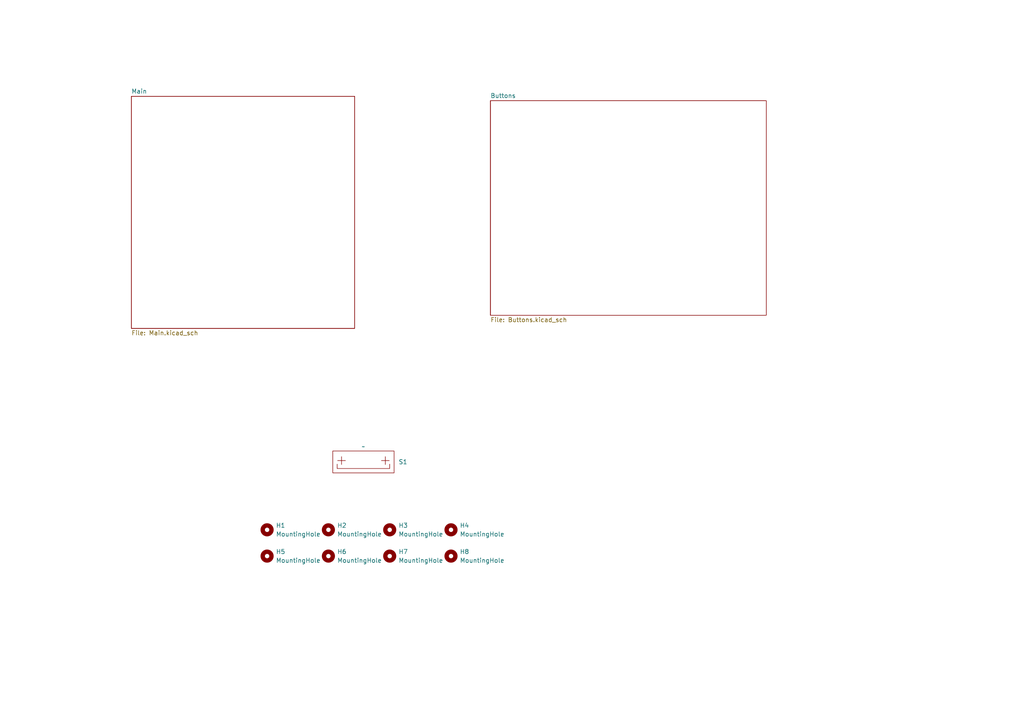
<source format=kicad_sch>
(kicad_sch (version 20231120) (generator "eeschema") (generator_version "8.0")
  (paper "A4")
  (lib_symbols
    (symbol "Keyboard:Stabilizer_MX_2u" (in_bom no)
      (property "Reference" "S" (at 0 0 0))
      (symbol "Stabilizer_MX_2u_0_1"
        (rectangle (start -8.89 -1.27) (end 8.89 -7.62))
      )
      (symbol "Stabilizer_MX_2u_1_1"
        (polyline (pts (xy -7.62 -5.08) (xy -7.62 -6.35) (xy 7.62 -6.35) (xy 7.62 -5.08)))
        (text "+" (at -6.35 -3.81 0) (effects (font (size 3 3))))
        (text "+" (at 6.35 -3.81 0) (effects (font (size 3 3))))
      )
    )
    (symbol "Mechanical:MountingHole" (pin_names (offset 1.016)) (exclude_from_sim yes) (in_bom no)
      (property "Reference" "H" (at 0 5.08 0))
      (property "Value" "MountingHole" (at 0 3.175 0))
      (symbol "MountingHole_0_1"
        (circle (center 0 0) (radius 1.27) (stroke (width 1.27)))
      )
    )
  )
  (symbol (lib_id "Mechanical:MountingHole") (at 113.03 161.29 0) (unit 1) (exclude_from_sim yes) (in_bom no)
    (property "Reference" "H7" (at 115.57 160.0199 0) (effects (justify left)))
    (property "Value" "MountingHole" (at 115.57 162.5599 0) (effects (justify left)))
    (property "Footprint" "MountingHole:MountingHole_3.2mm_M3" (effects (hide yes)))
    (property "Description" "Mounting Hole without connection" (effects (hide yes)))
  )
  (symbol (lib_id "Mechanical:MountingHole") (at 95.25 161.29 0) (unit 1) (exclude_from_sim yes) (in_bom no)
    (property "Reference" "H6" (at 97.79 160.0199 0) (effects (justify left)))
    (property "Value" "MountingHole" (at 97.79 162.5599 0) (effects (justify left)))
    (property "Footprint" "MountingHole:MountingHole_3.2mm_M3" (effects (hide yes)))
    (property "Description" "Mounting Hole without connection" (effects (hide yes)))
  )
  (symbol (lib_id "Mechanical:MountingHole") (at 77.47 161.29 0) (unit 1) (exclude_from_sim yes) (in_bom no)
    (property "Reference" "H5" (at 80.01 160.0199 0) (effects (justify left)))
    (property "Value" "MountingHole" (at 80.01 162.5599 0) (effects (justify left)))
    (property "Footprint" "MountingHole:MountingHole_3.2mm_M3" (effects (hide yes)))
    (property "Description" "Mounting Hole without connection" (effects (hide yes)))
  )
  (symbol (lib_id "Mechanical:MountingHole") (at 130.81 153.67 0) (unit 1) (exclude_from_sim yes) (in_bom no)
    (property "Reference" "H4" (at 133.35 152.3999 0) (effects (justify left)))
    (property "Value" "MountingHole" (at 133.35 154.9399 0) (effects (justify left)))
    (property "Footprint" "MountingHole:MountingHole_3.2mm_M3" (effects (hide yes)))
    (property "Description" "Mounting Hole without connection" (effects (hide yes)))
  )
  (symbol (lib_id "Mechanical:MountingHole") (at 95.25 153.67 0) (unit 1) (exclude_from_sim yes) (in_bom no)
    (property "Reference" "H2" (at 97.79 152.3999 0) (effects (justify left)))
    (property "Value" "MountingHole" (at 97.79 154.9399 0) (effects (justify left)))
    (property "Footprint" "MountingHole:MountingHole_3.2mm_M3" (effects (hide yes)))
    (property "Description" "Mounting Hole without connection" (effects (hide yes)))
  )
  (symbol (lib_id "Mechanical:MountingHole") (at 77.47 153.67 0) (unit 1) (exclude_from_sim yes) (in_bom no)
    (property "Reference" "H1" (at 80.01 152.3999 0) (effects (justify left)))
    (property "Value" "MountingHole" (at 80.01 154.9399 0) (effects (justify left)))
    (property "Footprint" "MountingHole:MountingHole_3.2mm_M3" (effects (hide yes)))
    (property "Description" "Mounting Hole without connection" (effects (hide yes)))
  )
  (symbol (lib_id "Keyboard:Stabilizer_MX_2u") (at 105.41 129.54 0) (unit 1) (in_bom no)
    (property "Reference" "S1" (at 115.57 133.985 0) (effects (justify left)))
    (property "Value" "~" (at 105.41 129.54 0))
    (property "Footprint" "PCM_Mounting_Keyboard_Stabilizer:Stabilizer_Cherry_MX_2.00u" (effects (hide yes)))
  )
  (symbol (lib_id "Mechanical:MountingHole") (at 113.03 153.67 0) (unit 1) (exclude_from_sim yes) (in_bom no)
    (property "Reference" "H3" (at 115.57 152.3999 0) (effects (justify left)))
    (property "Value" "MountingHole" (at 115.57 154.9399 0) (effects (justify left)))
    (property "Footprint" "MountingHole:MountingHole_3.2mm_M3" (effects (hide yes)))
    (property "Description" "Mounting Hole without connection" (effects (hide yes)))
  )
  (symbol (lib_id "Mechanical:MountingHole") (at 130.81 161.29 0) (unit 1) (exclude_from_sim yes) (in_bom no)
    (property "Reference" "H8" (at 133.35 160.0199 0) (effects (justify left)))
    (property "Value" "MountingHole" (at 133.35 162.5599 0) (effects (justify left)))
    (property "Footprint" "MountingHole:MountingHole_3.2mm_M3" (effects (hide yes)))
    (property "Description" "Mounting Hole without connection" (effects (hide yes)))
  )
  (sheet (at 38.1 27.94) (size 64.77 67.31) (stroke (width 0.1524))
    (property "Sheetname" "Main" (at 38.1 27.2284 0) (effects (justify left bottom)))
    (property "Sheetfile" "Main.kicad_sch" (at 38.1 95.8346 0) (effects (justify left top)))
  )
  (sheet (at 142.24 29.21) (size 80.01 62.23) (stroke (width 0.1524))
    (property "Sheetname" "Buttons" (at 142.24 28.4984 0) (effects (justify left bottom)))
    (property "Sheetfile" "Buttons.kicad_sch" (at 142.24 92.0246 0) (effects (justify left top)))
  )
)
</source>
